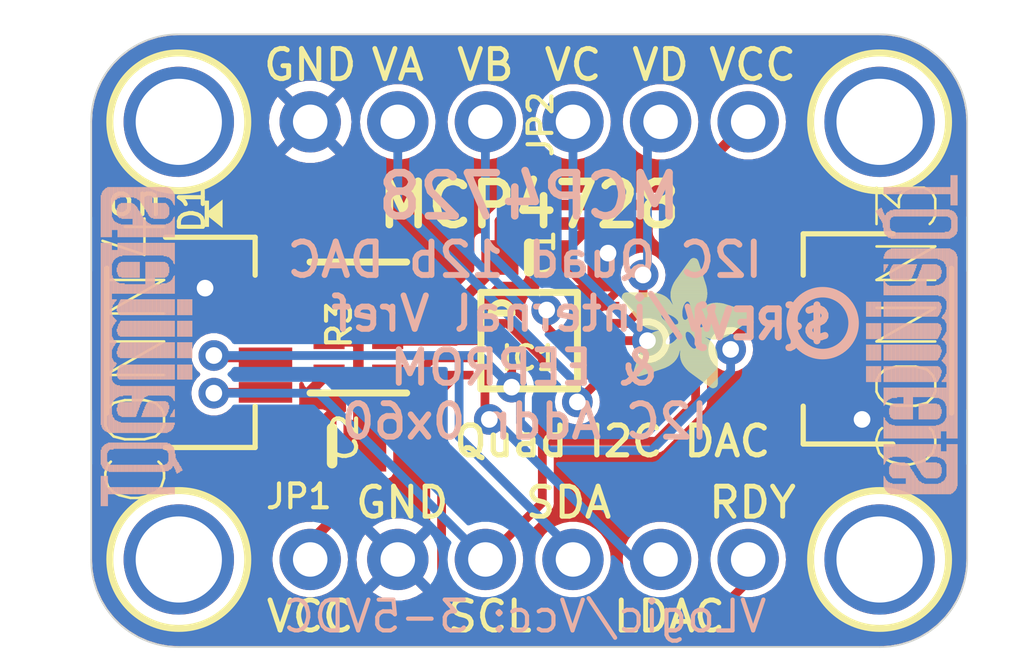
<source format=kicad_pcb>
(kicad_pcb (version 20221018) (generator pcbnew)
  (layers (0 "F.Cu" signal) (31 "B.Cu" signal) (34 "B.Paste" user) (35 "F.Paste" user) (36 "B.SilkS" user "B.Silkscreen") (37 "F.SilkS" user "F.Silkscreen") (38 "B.Mask" user) (39 "F.Mask" user) (44 "Edge.Cuts" user))
  (net 0 "")
  (net 1 "GND")
  (net 2 "SDA")
  (net 3 "SCL")
  (net 4 "VCC")
  (net 5 "N$1")
  (net 6 "~{LDAC}")
  (net 7 "RDY")
  (net 8 "VOUTA")
  (net 9 "VOUTB")
  (net 10 "VOUTC")
  (net 11 "VOUTD")
  (footprint "working:1X06_ROUND_70" (layer "F.Cu") (at 148.5011 98.6536)
    (fp_text reference "JP2" (at 0.3302 1.0922 90) (layer "F.SilkS") (effects (font (size 0.692831 0.692831) (thickness 0.119969)) (justify left)))
    (fp_text value "")
    (pad "1" thru_hole circle (at -6.35 0 90) (size 1.778 1.778) (drill 1) (layers "*.Cu" "*.Mask") (net 1 "GND"))
    (pad "2" thru_hole circle (at -3.81 0 90) (size 1.778 1.778) (drill 1) (layers "*.Cu" "*.Mask") (net 8 "VOUTA"))
    (pad "3" thru_hole circle (at -1.27 0 90) (size 1.778 1.778) (drill 1) (layers "*.Cu" "*.Mask") (net 9 "VOUTB"))
    (pad "4" thru_hole circle (at 1.27 0 90) (size 1.778 1.778) (drill 1) (layers "*.Cu" "*.Mask") (net 10 "VOUTC"))
    (pad "5" thru_hole circle (at 3.81 0 90) (size 1.778 1.778) (drill 1) (layers "*.Cu" "*.Mask") (net 11 "VOUTD"))
    (pad "6" thru_hole circle (at 6.35 0 90) (size 1.778 1.778) (drill 1) (layers "*.Cu" "*.Mask") (net 4 "VCC"))
  )
  (footprint "working:FIDUCIAL_1MM" (layer "F.Cu") (at 154.5971 101.0666)
    (fp_text reference "FID4" hide)
    (fp_text value "FIDUCIAL_1MM" hide)
    (pad "1" smd roundrect (at 0 0) (size 1 1) (layers "F.Cu" "F.Mask") (roundrect_rratio 0.5))
  )
  (footprint "working:MOUNTINGHOLE_2.5_PLATED" (layer "F.Cu") (at 138.3411 98.6536)
    (fp_text reference "U$1" hide)
    (fp_text value "MOUNTINGHOLE2.5" hide)
    (pad "P$1" thru_hole circle (at 0 0) (size 3.2 3.2) (drill 2.5) (layers "*.Cu" "*.Mask"))
    (zone (net 0) (net_name "") (layer "F.Cu") (connect_pads (clearance 0)) (min_thickness 0.25)
      (keepout (tracks not_allowed) (vias not_allowed) (pads not_allowed) (copperpour not_allowed) (footprints allowed))
      (fill (thermal_gap 0.5) (thermal_bridge_width 0.5))
      (polygon (pts (xy 140.3571 98.6536) (xy 140.33748 98.373027) (xy 140.279004 98.097915) (xy 140.182808 97.833619) (xy 140.050765 97.585283) (xy 139.885446 97.35774) (xy 139.690067 97.15542) (xy 139.468433 96.98226) (xy 139.224856 96.841631) (xy 138.964078 96.73627) (xy 138.691175 96.668228) (xy 138.411457 96.638828) (xy 138.130371 96.648644) (xy 137.853385 96.697484) (xy 137.585893 96.784397) (xy 137.3331 96.907693) (xy 137.099926 97.06497) (xy 136.890911 97.253169) (xy 136.710122 97.468625) (xy 136.561078 97.707145) (xy 136.44668 97.964087) (xy 136.369154 98.23445) (xy 136.330011 98.512971) (xy 136.330011 98.794229) (xy 136.369154 99.07275) (xy 136.44668 99.343113) (xy 136.561078 99.600055) (xy 136.710122 99.838575) (xy 136.890911 100.054031) (xy 137.099926 100.24223) (xy 137.3331 100.399507) (xy 137.585893 100.522803) (xy 137.853385 100.609716) (xy 138.130371 100.658556) (xy 138.411457 100.668372) (xy 138.691175 100.638972) (xy 138.964078 100.57093) (xy 139.224856 100.465569) (xy 139.468433 100.32494) (xy 139.690067 100.15178) (xy 139.885446 99.94946) (xy 140.050765 99.721917) (xy 140.182808 99.473581) (xy 140.279004 99.209285) (xy 140.33748 98.934173)))
      (polygon (pts (xy 138.3251 98.6536) (xy 138.329786 98.664914) (xy 138.3411 98.6696) (xy 138.352414 98.664914) (xy 138.3571 98.6536) (xy 138.352414 98.642286) (xy 138.3411 98.6376) (xy 138.329786 98.642286)))
    )
    (zone (net 0) (net_name "") (layer "B.Cu") (connect_pads (clearance 0)) (min_thickness 0.25)
      (keepout (tracks not_allowed) (vias not_allowed) (pads not_allowed) (copperpour not_allowed) (footprints allowed))
      (fill (thermal_gap 0.5) (thermal_bridge_width 0.5))
      (polygon (pts (xy 140.3571 98.6536) (xy 140.33748 98.373027) (xy 140.279004 98.097915) (xy 140.182808 97.833619) (xy 140.050765 97.585283) (xy 139.885446 97.35774) (xy 139.690067 97.15542) (xy 139.468433 96.98226) (xy 139.224856 96.841631) (xy 138.964078 96.73627) (xy 138.691175 96.668228) (xy 138.411457 96.638828) (xy 138.130371 96.648644) (xy 137.853385 96.697484) (xy 137.585893 96.784397) (xy 137.3331 96.907693) (xy 137.099926 97.06497) (xy 136.890911 97.253169) (xy 136.710122 97.468625) (xy 136.561078 97.707145) (xy 136.44668 97.964087) (xy 136.369154 98.23445) (xy 136.330011 98.512971) (xy 136.330011 98.794229) (xy 136.369154 99.07275) (xy 136.44668 99.343113) (xy 136.561078 99.600055) (xy 136.710122 99.838575) (xy 136.890911 100.054031) (xy 137.099926 100.24223) (xy 137.3331 100.399507) (xy 137.585893 100.522803) (xy 137.853385 100.609716) (xy 138.130371 100.658556) (xy 138.411457 100.668372) (xy 138.691175 100.638972) (xy 138.964078 100.57093) (xy 139.224856 100.465569) (xy 139.468433 100.32494) (xy 139.690067 100.15178) (xy 139.885446 99.94946) (xy 140.050765 99.721917) (xy 140.182808 99.473581) (xy 140.279004 99.209285) (xy 140.33748 98.934173)))
      (polygon (pts (xy 138.3251 98.6536) (xy 138.329786 98.664914) (xy 138.3411 98.6696) (xy 138.352414 98.664914) (xy 138.3571 98.6536) (xy 138.352414 98.642286) (xy 138.3411 98.6376) (xy 138.329786 98.642286)))
    )
  )
  (footprint "working:JST_SH4" (layer "F.Cu") (at 158.6611 105.0036 90)
    (fp_text reference "CONN3" (at -3.965 0.831 90) (layer "F.SilkS") (effects (font (size 1.703222 1.703222) (thickness 0.074778)) (justify left)))
    (fp_text value "STEMMA_I2C_QT" hide)
    (pad "1" smd rect (at -1.5 -2.514 180) (size 1.55 0.6) (layers "F.Cu" "F.Paste" "F.Mask") (net 1 "GND"))
    (pad "2" smd rect (at -0.5 -2.514 180) (size 1.55 0.6) (layers "F.Cu" "F.Paste" "F.Mask") (net 4 "VCC"))
    (pad "3" smd rect (at 0.5 -2.514 180) (size 1.55 0.6) (layers "F.Cu" "F.Paste" "F.Mask") (net 2 "SDA"))
    (pad "4" smd rect (at 1.5 -2.514 180) (size 1.55 0.6) (layers "F.Cu" "F.Paste" "F.Mask") (net 3 "SCL"))
    (pad "MT1" smd rect (at -2.8 1.386 180) (size 1.8 1.2) (layers "F.Cu" "F.Paste" "F.Mask"))
    (pad "MT2" smd rect (at 2.8 1.386 180) (size 1.8 1.2) (layers "F.Cu" "F.Paste" "F.Mask"))
  )
  (footprint "working:MOUNTINGHOLE_2.5_PLATED" (layer "F.Cu") (at 138.3411 111.3536)
    (fp_text reference "U$19" hide)
    (fp_text value "MOUNTINGHOLE2.5" hide)
    (pad "P$1" thru_hole circle (at 0 0) (size 3.2 3.2) (drill 2.5) (layers "*.Cu" "*.Mask"))
    (zone (net 0) (net_name "") (layer "F.Cu") (connect_pads (clearance 0)) (min_thickness 0.25)
      (keepout (tracks not_allowed) (vias not_allowed) (pads not_allowed) (copperpour not_allowed) (footprints allowed))
      (fill (thermal_gap 0.5) (thermal_bridge_width 0.5))
      (polygon (pts (xy 140.3571 111.3536) (xy 140.33748 111.073027) (xy 140.279004 110.797915) (xy 140.182808 110.533619) (xy 140.050765 110.285283) (xy 139.885446 110.05774) (xy 139.690067 109.85542) (xy 139.468433 109.68226) (xy 139.224856 109.541631) (xy 138.964078 109.43627) (xy 138.691175 109.368228) (xy 138.411457 109.338828) (xy 138.130371 109.348644) (xy 137.853385 109.397484) (xy 137.585893 109.484397) (xy 137.3331 109.607693) (xy 137.099926 109.76497) (xy 136.890911 109.953169) (xy 136.710122 110.168625) (xy 136.561078 110.407145) (xy 136.44668 110.664087) (xy 136.369154 110.93445) (xy 136.330011 111.212971) (xy 136.330011 111.494229) (xy 136.369154 111.77275) (xy 136.44668 112.043113) (xy 136.561078 112.300055) (xy 136.710122 112.538575) (xy 136.890911 112.754031) (xy 137.099926 112.94223) (xy 137.3331 113.099507) (xy 137.585893 113.222803) (xy 137.853385 113.309716) (xy 138.130371 113.358556) (xy 138.411457 113.368372) (xy 138.691175 113.338972) (xy 138.964078 113.27093) (xy 139.224856 113.165569) (xy 139.468433 113.02494) (xy 139.690067 112.85178) (xy 139.885446 112.64946) (xy 140.050765 112.421917) (xy 140.182808 112.173581) (xy 140.279004 111.909285) (xy 140.33748 111.634173)))
      (polygon (pts (xy 138.3251 111.3536) (xy 138.329786 111.364914) (xy 138.3411 111.3696) (xy 138.352414 111.364914) (xy 138.3571 111.3536) (xy 138.352414 111.342286) (xy 138.3411 111.3376) (xy 138.329786 111.342286)))
    )
    (zone (net 0) (net_name "") (layer "B.Cu") (connect_pads (clearance 0)) (min_thickness 0.25)
      (keepout (tracks not_allowed) (vias not_allowed) (pads not_allowed) (copperpour not_allowed) (footprints allowed))
      (fill (thermal_gap 0.5) (thermal_bridge_width 0.5))
      (polygon (pts (xy 140.3571 111.3536) (xy 140.33748 111.073027) (xy 140.279004 110.797915) (xy 140.182808 110.533619) (xy 140.050765 110.285283) (xy 139.885446 110.05774) (xy 139.690067 109.85542) (xy 139.468433 109.68226) (xy 139.224856 109.541631) (xy 138.964078 109.43627) (xy 138.691175 109.368228) (xy 138.411457 109.338828) (xy 138.130371 109.348644) (xy 137.853385 109.397484) (xy 137.585893 109.484397) (xy 137.3331 109.607693) (xy 137.099926 109.76497) (xy 136.890911 109.953169) (xy 136.710122 110.168625) (xy 136.561078 110.407145) (xy 136.44668 110.664087) (xy 136.369154 110.93445) (xy 136.330011 111.212971) (xy 136.330011 111.494229) (xy 136.369154 111.77275) (xy 136.44668 112.043113) (xy 136.561078 112.300055) (xy 136.710122 112.538575) (xy 136.890911 112.754031) (xy 137.099926 112.94223) (xy 137.3331 113.099507) (xy 137.585893 113.222803) (xy 137.853385 113.309716) (xy 138.130371 113.358556) (xy 138.411457 113.368372) (xy 138.691175 113.338972) (xy 138.964078 113.27093) (xy 139.224856 113.165569) (xy 139.468433 113.02494) (xy 139.690067 112.85178) (xy 139.885446 112.64946) (xy 140.050765 112.421917) (xy 140.182808 112.173581) (xy 140.279004 111.909285) (xy 140.33748 111.634173)))
      (polygon (pts (xy 138.3251 111.3536) (xy 138.329786 111.364914) (xy 138.3411 111.3696) (xy 138.352414 111.364914) (xy 138.3571 111.3536) (xy 138.352414 111.342286) (xy 138.3411 111.3376) (xy 138.329786 111.342286)))
    )
  )
  (footprint "working:1X06_ROUND_70" (layer "F.Cu") (at 148.5011 111.3536)
    (fp_text reference "JP1" (at -7.6962 -1.8288) (layer "F.SilkS") (effects (font (size 0.692831 0.692831) (thickness 0.119969)) (justify left)))
    (fp_text value "")
    (pad "1" thru_hole circle (at -6.35 0 90) (size 1.778 1.778) (drill 1) (layers "*.Cu" "*.Mask") (net 4 "VCC"))
    (pad "2" thru_hole circle (at -3.81 0 90) (size 1.778 1.778) (drill 1) (layers "*.Cu" "*.Mask") (net 1 "GND"))
    (pad "3" thru_hole circle (at -1.27 0 90) (size 1.778 1.778) (drill 1) (layers "*.Cu" "*.Mask") (net 3 "SCL"))
    (pad "4" thru_hole circle (at 1.27 0 90) (size 1.778 1.778) (drill 1) (layers "*.Cu" "*.Mask") (net 2 "SDA"))
    (pad "5" thru_hole circle (at 3.81 0 90) (size 1.778 1.778) (drill 1) (layers "*.Cu" "*.Mask") (net 6 "~{LDAC}"))
    (pad "6" thru_hole circle (at 6.35 0 90) (size 1.778 1.778) (drill 1) (layers "*.Cu" "*.Mask") (net 7 "RDY"))
  )
  (footprint "working:MSOP10" (layer "F.Cu") (at 148.5011 105.0036 -90)
    (fp_text reference "IC1" (at 0.508 0.889) (layer "F.SilkS") (effects (font (size 0.692831 0.692831) (thickness 0.119969)) (justify left)))
    (fp_text value "MCP4728")
    (pad "1" smd rect (at -1 2.1131 270) (size 0.25 1) (layers "F.Cu" "F.Paste" "F.Mask") (net 4 "VCC"))
    (pad "2" smd rect (at -0.5 2.1131 270) (size 0.25 1) (layers "F.Cu" "F.Paste" "F.Mask") (net 3 "SCL"))
    (pad "3" smd rect (at 0 2.1131 270) (size 0.25 1) (layers "F.Cu" "F.Paste" "F.Mask") (net 2 "SDA"))
    (pad "4" smd rect (at 0.5 2.1131 270) (size 0.25 1) (layers "F.Cu" "F.Paste" "F.Mask") (net 6 "~{LDAC}"))
    (pad "5" smd rect (at 1 2.1131 270) (size 0.25 1) (layers "F.Cu" "F.Paste" "F.Mask") (net 7 "RDY"))
    (pad "6" smd rect (at 1 -2.1131 90) (size 0.25 1) (layers "F.Cu" "F.Paste" "F.Mask") (net 8 "VOUTA"))
    (pad "7" smd rect (at 0.5 -2.1131 90) (size 0.25 1) (layers "F.Cu" "F.Paste" "F.Mask") (net 9 "VOUTB"))
    (pad "8" smd rect (at 0 -2.1131 90) (size 0.25 1) (layers "F.Cu" "F.Paste" "F.Mask") (net 10 "VOUTC"))
    (pad "9" smd rect (at -0.5 -2.1131 90) (size 0.25 1) (layers "F.Cu" "F.Paste" "F.Mask") (net 11 "VOUTD"))
    (pad "10" smd rect (at -1 -2.1131 90) (size 0.25 1) (layers "F.Cu" "F.Paste" "F.Mask") (net 1 "GND"))
  )
  (footprint "working:MOUNTINGHOLE_2.5_PLATED" (layer "F.Cu") (at 158.6611 111.3536)
    (fp_text reference "U$21" hide)
    (fp_text value "MOUNTINGHOLE2.5" hide)
    (pad "P$1" thru_hole circle (at 0 0) (size 3.2 3.2) (drill 2.5) (layers "*.Cu" "*.Mask"))
    (zone (net 0) (net_name "") (layer "F.Cu") (connect_pads (clearance 0)) (min_thickness 0.25)
      (keepout (tracks not_allowed) (vias not_allowed) (pads not_allowed) (copperpour not_allowed) (footprints allowed))
      (fill (thermal_gap 0.5) (thermal_bridge_width 0.5))
      (polygon (pts (xy 160.6771 111.3536) (xy 160.65748 111.073027) (xy 160.599004 110.797915) (xy 160.502808 110.533619) (xy 160.370765 110.285283) (xy 160.205446 110.05774) (xy 160.010067 109.85542) (xy 159.788433 109.68226) (xy 159.544856 109.541631) (xy 159.284078 109.43627) (xy 159.011175 109.368228) (xy 158.731457 109.338828) (xy 158.450371 109.348644) (xy 158.173385 109.397484) (xy 157.905893 109.484397) (xy 157.6531 109.607693) (xy 157.419926 109.76497) (xy 157.210911 109.953169) (xy 157.030122 110.168625) (xy 156.881078 110.407145) (xy 156.76668 110.664087) (xy 156.689154 110.93445) (xy 156.650011 111.212971) (xy 156.650011 111.494229) (xy 156.689154 111.77275) (xy 156.76668 112.043113) (xy 156.881078 112.300055) (xy 157.030122 112.538575) (xy 157.210911 112.754031) (xy 157.419926 112.94223) (xy 157.6531 113.099507) (xy 157.905893 113.222803) (xy 158.173385 113.309716) (xy 158.450371 113.358556) (xy 158.731457 113.368372) (xy 159.011175 113.338972) (xy 159.284078 113.27093) (xy 159.544856 113.165569) (xy 159.788433 113.02494) (xy 160.010067 112.85178) (xy 160.205446 112.64946) (xy 160.370765 112.421917) (xy 160.502808 112.173581) (xy 160.599004 111.909285) (xy 160.65748 111.634173)))
      (polygon (pts (xy 158.6451 111.3536) (xy 158.649786 111.364914) (xy 158.6611 111.3696) (xy 158.672414 111.364914) (xy 158.6771 111.3536) (xy 158.672414 111.342286) (xy 158.6611 111.3376) (xy 158.649786 111.342286)))
    )
    (zone (net 0) (net_name "") (layer "B.Cu") (connect_pads (clearance 0)) (min_thickness 0.25)
      (keepout (tracks not_allowed) (vias not_allowed) (pads not_allowed) (copperpour not_allowed) (footprints allowed))
      (fill (thermal_gap 0.5) (thermal_bridge_width 0.5))
      (polygon (pts (xy 160.6771 111.3536) (xy 160.65748 111.073027) (xy 160.599004 110.797915) (xy 160.502808 110.533619) (xy 160.370765 110.285283) (xy 160.205446 110.05774) (xy 160.010067 109.85542) (xy 159.788433 109.68226) (xy 159.544856 109.541631) (xy 159.284078 109.43627) (xy 159.011175 109.368228) (xy 158.731457 109.338828) (xy 158.450371 109.348644) (xy 158.173385 109.397484) (xy 157.905893 109.484397) (xy 157.6531 109.607693) (xy 157.419926 109.76497) (xy 157.210911 109.953169) (xy 157.030122 110.168625) (xy 156.881078 110.407145) (xy 156.76668 110.664087) (xy 156.689154 110.93445) (xy 156.650011 111.212971) (xy 156.650011 111.494229) (xy 156.689154 111.77275) (xy 156.76668 112.043113) (xy 156.881078 112.300055) (xy 157.030122 112.538575) (xy 157.210911 112.754031) (xy 157.419926 112.94223) (xy 157.6531 113.099507) (xy 157.905893 113.222803) (xy 158.173385 113.309716) (xy 158.450371 113.358556) (xy 158.731457 113.368372) (xy 159.011175 113.338972) (xy 159.284078 113.27093) (xy 159.544856 113.165569) (xy 159.788433 113.02494) (xy 160.010067 112.85178) (xy 160.205446 112.64946) (xy 160.370765 112.421917) (xy 160.502808 112.173581) (xy 160.599004 111.909285) (xy 160.65748 111.634173)))
      (polygon (pts (xy 158.6451 111.3536) (xy 158.649786 111.364914) (xy 158.6611 111.3696) (xy 158.672414 111.364914) (xy 158.6771 111.3536) (xy 158.672414 111.342286) (xy 158.6611 111.3376) (xy 158.649786 111.342286)))
    )
  )
  (footprint "working:RESPACK_4X0603" (layer "F.Cu") (at 143.5481 104.6226 -90)
    (fp_text reference "R3" (at -0.838 0.559 90) (layer "F.SilkS") (effects (font (size 0.692831 0.692831) (thickness 0.119969)) (justify right)))
    (fp_text value "4.7K")
    (pad "1" smd rect (at -1.3 0.85 270) (size 0.45 0.9) (layers "F.Cu" "F.Paste" "F.Mask") (net 5 "N$1"))
    (pad "2" smd rect (at -0.4 0.85 270) (size 0.45 0.9) (layers "F.Cu" "F.Paste" "F.Mask") (net 4 "VCC"))
    (pad "3" smd rect (at 0.4 0.85 270) (size 0.45 0.9) (layers "F.Cu" "F.Paste" "F.Mask") (net 4 "VCC"))
    (pad "4" smd rect (at 1.3 0.85 270) (size 0.45 0.9) (layers "F.Cu" "F.Paste" "F.Mask") (net 1 "GND"))
    (pad "5" smd rect (at 1.3 -0.85 270) (size 0.45 0.9) (layers "F.Cu" "F.Paste" "F.Mask") (net 6 "~{LDAC}"))
    (pad "6" smd rect (at 0.4 -0.85 270) (size 0.45 0.9) (layers "F.Cu" "F.Paste" "F.Mask") (net 2 "SDA"))
    (pad "7" smd rect (at -0.4 -0.85 270) (size 0.45 0.9) (layers "F.Cu" "F.Paste" "F.Mask") (net 3 "SCL"))
    (pad "8" smd rect (at -1.3 -0.85 270) (size 0.45 0.9) (layers "F.Cu" "F.Paste" "F.Mask") (net 4 "VCC"))
  )
  (footprint "working:JST_SH4" (layer "F.Cu") (at 138.3411 105.0036 -90)
    (fp_text reference "CONN4" (at -3.838 1.212 90) (layer "F.SilkS") (effects (font (size 1.703222 1.703222) (thickness 0.074778)) (justify right)))
    (fp_text value "STEMMA_I2C_QT" hide)
    (pad "1" smd rect (at -1.5 -2.514) (size 1.55 0.6) (layers "F.Cu" "F.Paste" "F.Mask") (net 1 "GND"))
    (pad "2" smd rect (at -0.5 -2.514) (size 1.55 0.6) (layers "F.Cu" "F.Paste" "F.Mask") (net 4 "VCC"))
    (pad "3" smd rect (at 0.5 -2.514) (size 1.55 0.6) (layers "F.Cu" "F.Paste" "F.Mask") (net 2 "SDA"))
    (pad "4" smd rect (at 1.5 -2.514) (size 1.55 0.6) (layers "F.Cu" "F.Paste" "F.Mask") (net 3 "SCL"))
    (pad "MT1" smd rect (at -2.8 1.386) (size 1.8 1.2) (layers "F.Cu" "F.Paste" "F.Mask"))
    (pad "MT2" smd rect (at 2.8 1.386) (size 1.8 1.2) (layers "F.Cu" "F.Paste" "F.Mask"))
  )
  (footprint "working:0805-NO" (layer "F.Cu") (at 142.7861 108.0516 180)
    (fp_text reference "C2" (at -0.381 -0.508 90) (layer "F.SilkS") (effects (font (size 0.692831 0.692831) (thickness 0.119969)) (justify left)))
    (fp_text value "10uF")
    (pad "1" smd rect (at -0.95 0 180) (size 1.24 1.5) (layers "F.Cu" "F.Paste" "F.Mask") (net 4 "VCC"))
    (pad "2" smd rect (at 0.95 0 180) (size 1.24 1.5) (layers "F.Cu" "F.Paste" "F.Mask") (net 1 "GND"))
  )
  (footprint "working:MOUNTINGHOLE_2.5_PLATED" (layer "F.Cu") (at 158.6611 98.6536)
    (fp_text reference "U$17" hide)
    (fp_text value "MOUNTINGHOLE2.5" hide)
    (pad "P$1" thru_hole circle (at 0 0) (size 3.2 3.2) (drill 2.5) (layers "*.Cu" "*.Mask"))
    (zone (net 0) (net_name "") (layer "F.Cu") (connect_pads (clearance 0)) (min_thickness 0.25)
      (keepout (tracks not_allowed) (vias not_allowed) (pads not_allowed) (copperpour not_allowed) (footprints allowed))
      (fill (thermal_gap 0.5) (thermal_bridge_width 0.5))
      (polygon (pts (xy 160.6771 98.6536) (xy 160.65748 98.373027) (xy 160.599004 98.097915) (xy 160.502808 97.833619) (xy 160.370765 97.585283) (xy 160.205446 97.35774) (xy 160.010067 97.15542) (xy 159.788433 96.98226) (xy 159.544856 96.841631) (xy 159.284078 96.73627) (xy 159.011175 96.668228) (xy 158.731457 96.638828) (xy 158.450371 96.648644) (xy 158.173385 96.697484) (xy 157.905893 96.784397) (xy 157.6531 96.907693) (xy 157.419926 97.06497) (xy 157.210911 97.253169) (xy 157.030122 97.468625) (xy 156.881078 97.707145) (xy 156.76668 97.964087) (xy 156.689154 98.23445) (xy 156.650011 98.512971) (xy 156.650011 98.794229) (xy 156.689154 99.07275) (xy 156.76668 99.343113) (xy 156.881078 99.600055) (xy 157.030122 99.838575) (xy 157.210911 100.054031) (xy 157.419926 100.24223) (xy 157.6531 100.399507) (xy 157.905893 100.522803) (xy 158.173385 100.609716) (xy 158.450371 100.658556) (xy 158.731457 100.668372) (xy 159.011175 100.638972) (xy 159.284078 100.57093) (xy 159.544856 100.465569) (xy 159.788433 100.32494) (xy 160.010067 100.15178) (xy 160.205446 99.94946) (xy 160.370765 99.721917) (xy 160.502808 99.473581) (xy 160.599004 99.209285) (xy 160.65748 98.934173)))
      (polygon (pts (xy 158.6451 98.6536) (xy 158.649786 98.664914) (xy 158.6611 98.6696) (xy 158.672414 98.664914) (xy 158.6771 98.6536) (xy 158.672414 98.642286) (xy 158.6611 98.6376) (xy 158.649786 98.642286)))
    )
    (zone (net 0) (net_name "") (layer "B.Cu") (connect_pads (clearance 0)) (min_thickness 0.25)
      (keepout (tracks not_allowed) (vias not_allowed) (pads not_allowed) (copperpour not_allowed) (footprints allowed))
      (fill (thermal_gap 0.5) (thermal_bridge_width 0.5))
      (polygon (pts (xy 160.6771 98.6536) (xy 160.65748 98.373027) (xy 160.599004 98.097915) (xy 160.502808 97.833619) (xy 160.370765 97.585283) (xy 160.205446 97.35774) (xy 160.010067 97.15542) (xy 159.788433 96.98226) (xy 159.544856 96.841631) (xy 159.284078 96.73627) (xy 159.011175 96.668228) (xy 158.731457 96.638828) (xy 158.450371 96.648644) (xy 158.173385 96.697484) (xy 157.905893 96.784397) (xy 157.6531 96.907693) (xy 157.419926 97.06497) (xy 157.210911 97.253169) (xy 157.030122 97.468625) (xy 156.881078 97.707145) (xy 156.76668 97.964087) (xy 156.689154 98.23445) (xy 156.650011 98.512971) (xy 156.650011 98.794229) (xy 156.689154 99.07275) (xy 156.76668 99.343113) (xy 156.881078 99.600055) (xy 157.030122 99.838575) (xy 157.210911 100.054031) (xy 157.419926 100.24223) (xy 157.6531 100.399507) (xy 157.905893 100.522803) (xy 158.173385 100.609716) (xy 158.450371 100.658556) (xy 158.731457 100.668372) (xy 159.011175 100.638972) (xy 159.284078 100.57093) (xy 159.544856 100.465569) (xy 159.788433 100.32494) (xy 160.010067 100.15178) (xy 160.205446 99.94946) (xy 160.370765 99.721917) (xy 160.502808 99.473581) (xy 160.599004 99.209285) (xy 160.65748 98.934173)))
      (polygon (pts (xy 158.6451 98.6536) (xy 158.649786 98.664914) (xy 158.6611 98.6696) (xy 158.672414 98.664914) (xy 158.6771 98.6536) (xy 158.672414 98.642286) (xy 158.6611 98.6376) (xy 158.649786 98.642286)))
    )
  )
  (footprint "working:CHIPLED_0603_NOOUTLINE" (layer "F.Cu") (at 139.3571 101.3206 90)
    (fp_text reference "D1" (at 0.889 -0.635 90) (layer "F.SilkS") (effects (font (size 0.692831 0.692831) (thickness 0.119969)) (justify right)))
    (fp_text value "GREEN")
    (pad "A" smd rect (at 0 0.75 90) (size 0.8 0.8) (layers "F.Cu" "F.Paste" "F.Mask") (net 5 "N$1"))
    (pad "C" smd rect (at 0 -0.75 90) (size 0.8 0.8) (layers "F.Cu" "F.Paste" "F.Mask") (net 1 "GND"))
  )
  (footprint "working:ADAFRUIT_3.5MM" (layer "F.Cu") (at 151.1681 106.4006)
    (fp_text reference "U$22" hide)
    (fp_text value "" hide)
  )
  (footprint "working:0603-NO" (layer "F.Cu") (at 148.5011 102.5906)
    (fp_text reference "C1" (at 0.381 0.635 90) (layer "F.SilkS") (effects (font (size 0.692831 0.692831) (thickness 0.119969)) (justify left)))
    (fp_text value "0.1uF")
    (pad "1" smd rect (at -0.85 0) (size 1.075 1) (layers "F.Cu" "F.Paste" "F.Mask") (net 4 "VCC"))
    (pad "2" smd rect (at 0.85 0) (size 1.075 1) (layers "F.Cu" "F.Paste" "F.Mask") (net 1 "GND"))
  )
  (footprint "working:FIDUCIAL_1MM" (layer "F.Cu") (at 141.8971 101.3206)
    (fp_text reference "FID3" hide)
    (fp_text value "FIDUCIAL_1MM" hide)
    (pad "1" smd roundrect (at 0 0) (size 1 1) (layers "F.Cu" "F.Mask") (roundrect_rratio 0.5))
  )
  (footprint "working:STEMMAQT" (layer "B.Cu") (at 158.2801 109.4486 90)
    (fp_text reference "U$30" hide)
    (fp_text value "" hide)
  )
  (footprint "working:STEMMAQT" (layer "B.Cu") (at 138.7221 100.5586 -90)
    (fp_text reference "U$31" hide)
    (fp_text value "" hide)
  )
  (footprint "working:PCBFEAT-REV-040" (layer "B.Cu") (at 157.0101 104.4956 180)
    (fp_text reference "U$25" hide)
    (fp_text value "" hide)
    (fp_text user "${REV}" (at -0.3556 -0.508) (layer "B.SilkS") (effects (font (size 0.8128 0.8128) (thickness 0.2032)) (justify left bottom mirror)))
  )
  (gr_line (start 138.3411 113.8936) (end 158.6611 113.8936) (stroke (width 0.05)) (layer "Edge.Cuts"))
  (gr_arc (start 161.2011 111.3536) (mid 160.457151 113.149651) (end 158.6611 113.8936) (stroke (width 0.05)) (layer "Edge.Cuts"))
  (gr_line (start 135.8011 98.6536) (end 135.8011 111.3536) (stroke (width 0.05)) (layer "Edge.Cuts"))
  (gr_arc (start 158.6611 96.1136) (mid 160.457151 96.857549) (end 161.2011 98.6536) (stroke (width 0.05)) (layer "Edge.Cuts"))
  (gr_arc (start 135.8011 98.6536) (mid 136.545049 96.857549) (end 138.3411 96.1136) (stroke (width 0.05)) (layer "Edge.Cuts"))
  (gr_arc (start 138.3411 113.8936) (mid 136.545049 113.149651) (end 135.8011 111.3536) (stroke (width 0.05)) (layer "Edge.Cuts"))
  (gr_line (start 158.6611 96.1136) (end 138.3411 96.1136) (stroke (width 0.05)) (layer "Edge.Cuts"))
  (gr_line (start 161.2011 111.3536) (end 161.2011 98.6536) (stroke (width 0.05)) (layer "Edge.Cuts"))
  (gr_text "MCP4728" (at 148.5011 100.8126) (layer "B.SilkS") (effects (font (size 1.25222 1.25222) (thickness 0.22098)) (justify mirror)))
  (gr_text "VLogic/Vcc: 3-5VDC" (at 148.3741 113.0046) (layer "B.SilkS") (effects (font (size 0.89408 0.89408) (thickness 0.12192)) (justify mirror)))
  (gr_text "I2C Quad 12b DAC\nw/internal Vref\n& EEPROM\nI2C Addr 0x60" (at 148.3741 105.0036) (layer "B.SilkS") (effects (font (size 0.97155 0.97155) (thickness 0.17145)) (justify mirror)))
  (gr_text "SCL" (at 147.3581 113.0046) (layer "F.SilkS") (effects (font (size 0.87376 0.87376) (thickness 0.14224))))
  (gr_text "VCC" (at 142.1511 113.0046) (layer "F.SilkS") (effects (font (size 0.87376 0.87376) (thickness 0.14224))))
  (gr_text "RDY" (at 154.9781 109.7026) (layer "F.SilkS") (effects (font (size 0.87376 0.87376) (thickness 0.14224))))
  (gr_text "MCP4728" (at 148.5011 101.0666) (layer "F.SilkS") (effects (font (size 1.25222 1.25222) (thickness 0.22098))))
  (gr_text "VCC" (at 154.9781 97.0026) (layer "F.SilkS") (effects (font (size 0.87376 0.87376) (thickness 0.14224))))
  (gr_text "VD" (at 152.3111 97.0026) (layer "F.SilkS") (effects (font (size 0.87376 0.87376) (thickness 0.14224))))
  (gr_text "LDAC" (at 152.5651 113.0046) (layer "F.SilkS") (effects (font (size 0.87376 0.87376) (thickness 0.14224))))
  (gr_text "GND" (at 142.1511 97.0026) (layer "F.SilkS") (effects (font (size 0.87376 0.87376) (thickness 0.14224))))
  (gr_text "GND" (at 144.8181 109.7026) (layer "F.SilkS") (effects (font (size 0.87376 0.87376) (thickness 0.14224))))
  (gr_text "VB" (at 147.2311 97.0026) (layer "F.SilkS") (effects (font (size 0.87376 0.87376) (thickness 0.14224))))
  (gr_text "VC" (at 149.7711 97.0026) (layer "F.SilkS") (effects (font (size 0.87376 0.87376) (thickness 0.14224))))
  (gr_text "Quad I2C DAC" (at 150.9141 107.9246) (layer "F.SilkS") (effects (font (size 0.8636 0.8636) (thickness 0.1524))))
  (gr_text "VA" (at 144.6911 97.0026) (layer "F.SilkS") (effects (font (size 0.87376 0.87376) (thickness 0.14224))))
  (gr_text "SDA" (at 149.6441 109.7026) (layer "F.SilkS") (effects (font (size 0.87376 0.87376) (thickness 0.14224))))
  (gr_text "on" (at 136.1821 101.4476) (layer "F.SilkS") (effects (font (size 0.89408 0.89408) (thickness 0.12192)) (justify left bottom)))
  (via (at 150.7871 102.4636) (size 0.889) (drill 0.4826) (layers "F.Cu" "B.Cu") (net 1))
  (via (at 139.1031 103.4796) (size 0.889) (drill 0.4826) (layers "F.Cu" "B.Cu") (net 1))
  (via (at 158.1531 107.2896) (size 0.889) (drill 0.4826) (layers "F.Cu" "B.Cu") (net 1))
  (segment (start 154.3431 105.2576) (end 154.3431 105.0376) (width 0.254) (layer "F.Cu") (net 2))
  (segment (start 156.1471 104.5036) (end 154.8771 104.5036) (width 0.254) (layer "F.Cu") (net 2))
  (segment (start 146.369 105.0226) (end 144.3981 105.0226) (width 0.254) (layer "F.Cu") (net 2))
  (segment (start 139.4253 105.5036) (end 139.3571 105.4354) (width 0.254) (layer "F.Cu") (net 2))
  (segment (start 140.8551 105.5036) (end 139.4253 105.5036) (width 0.254) (layer "F.Cu") (net 2))
  (segment (start 154.8771 104.5036) (end 154.3431 105.0376) (width 0.254) (layer "F.Cu") (net 2))
  (segment (start 147.9931 105.6386) (end 147.9931 106.353194) (width 0.254) (layer "F.Cu") (net 2))
  (segment (start 147.3581 105.0036) (end 147.9931 105.6386) (width 0.254) (layer "F.Cu") (net 2))
  (segment (start 146.388 105.0036) (end 147.3581 105.0036) (width 0.254) (layer "F.Cu") (net 2))
  (segment (start 146.388 105.0036) (end 146.369 105.0226) (width 0.254) (layer "F.Cu") (net 2))
  (via (at 139.3571 105.4354) (size 0.889) (drill 0.4826) (layers "F.Cu" "B.Cu") (net 2))
  (via (at 154.3431 105.2576) (size 0.889) (drill 0.4826) (layers "F.Cu" "B.Cu") (net 2))
  (via (at 147.9931 106.353194) (size 0.889) (drill 0.4826) (layers "F.Cu" "B.Cu") (net 2))
  (segment (start 149.069206 108.1913) (end 148.2471 107.369194) (width 0.254) (layer "B.Cu") (net 2))
  (segment (start 139.3571 105.4354) (end 146.4691 105.4354) (width 0.254) (layer "B.Cu") (net 2))
  (segment (start 149.7711 111.3536) (end 149.7711 111.0996) (width 0.254) (layer "B.Cu") (net 2))
  (segment (start 147.075306 105.4354) (end 147.9931 106.353194) (width 0.254) (layer "B.Cu") (net 2))
  (segment (start 147.9931 106.353194) (end 148.2471 106.607194) (width 0.254) (layer "B.Cu") (net 2))
  (segment (start 149.069206 108.1913) (end 152.0444 108.1913) (width 0.254) (layer "B.Cu") (net 2))
  (segment (start 149.7711 111.0996) (end 146.4691 107.7976) (width 0.254) (layer "B.Cu") (net 2))
  (segment (start 154.3431 105.2576) (end 154.3431 105.8926) (width 0.254) (layer "B.Cu") (net 2))
  (segment (start 146.4691 105.4354) (end 147.075306 105.4354) (width 0.254) (layer "B.Cu") (net 2))
  (segment (start 148.2471 106.607194) (end 148.2471 107.369194) (width 0.254) (layer "B.Cu") (net 2))
  (segment (start 146.4691 107.7976) (end 146.4691 105.4354) (width 0.254) (layer "B.Cu") (net 2))
  (segment (start 154.3431 105.8926) (end 152.0444 108.1913) (width 0.254) (layer "B.Cu") (net 2))
  (segment (start 139.3811 106.5036) (end 139.3571 106.5276) (width 0.254) (layer "F.Cu") (net 3))
  (segment (start 145.3341 104.5036) (end 146.388 104.5036) (width 0.254) (layer "F.Cu") (net 3))
  (segment (start 147.8741 104.5036) (end 148.8821 105.5116) (width 0.254) (layer "F.Cu") (net 3))
  (segment (start 140.8551 106.5036) (end 139.3811 106.5036) (width 0.254) (layer "F.Cu") (net 3))
  (segment (start 153.3271 106.7816) (end 152.1841 107.9246) (width 0.254) (layer "F.Cu") (net 3))
  (segment (start 148.8821 109.7026) (end 147.2311 111.3536) (width 0.254) (layer "F.Cu") (net 3))
  (segment (start 152.1841 107.9246) (end 148.8821 107.9246) (width 0.254) (layer "F.Cu") (net 3))
  (segment (start 144.3981 104.2226) (end 145.0531 104.2226) (width 0.254) (layer "F.Cu") (net 3))
  (segment (start 148.8821 105.5116) (end 148.8821 107.9246) (width 0.254) (layer "F.Cu") (net 3))
  (segment (start 156.1471 103.5036) (end 153.8111 103.5036) (width 0.254) (layer "F.Cu") (net 3))
  (segment (start 148.8821 107.9246) (end 148.8821 109.7026) (width 0.254) (layer "F.Cu") (net 3))
  (segment (start 153.3271 103.9876) (end 153.3271 106.7816) (width 0.254) (layer "F.Cu") (net 3))
  (segment (start 146.388 104.5036) (end 147.8741 104.5036) (width 0.254) (layer "F.Cu") (net 3))
  (segment (start 145.0531 104.2226) (end 145.3341 104.5036) (width 0.254) (layer "F.Cu") (net 3))
  (segment (start 153.8111 103.5036) (end 153.3271 103.9876) (width 0.254) (layer "F.Cu") (net 3))
  (via (at 139.3571 106.5276) (size 0.889) (drill 0.4826) (layers "F.Cu" "B.Cu") (net 3))
  (segment (start 139.3571 106.5276) (end 142.4051 106.5276) (width 0.254) (layer "B.Cu") (net 3))
  (segment (start 142.4051 106.5276) (end 147.2311 111.3536) (width 0.254) (layer "B.Cu") (net 3))
  (segment (start 157.5181 105.2576) (end 157.5181 102.9716) (width 0.3048) (layer "F.Cu") (net 4))
  (segment (start 156.1471 105.5036) (end 157.2721 105.5036) (width 0.3048) (layer "F.Cu") (net 4))
  (segment (start 142.1511 110.8456) (end 142.1511 111.3536) (width 0.3048) (layer "F.Cu") (net 4))
  (segment (start 152.4381 101.0666) (end 154.8511 98.6536) (width 0.3048) (layer "F.Cu") (net 4))
  (segment (start 142.6981 104.2226) (end 143.0591 104.2226) (width 0.3048) (layer "F.Cu") (net 4))
  (segment (start 140.8551 104.5036) (end 141.8891 104.5036) (width 0.3048) (layer "F.Cu") (net 4))
  (segment (start 157.5181 102.9716) (end 157.1371 102.5906) (width 0.3048) (layer "F.Cu") (net 4))
  (segment (start 143.5481 105.1306) (end 143.5481 107.8636) (width 0.3048) (layer "F.Cu") (net 4))
  (segment (start 143.7361 108.0516) (end 143.7361 109.2606) (width 0.3048) (layer "F.Cu") (net 4))
  (segment (start 147.6511 101.5356) (end 148.1201 101.0666) (width 0.3048) (layer "F.Cu") (net 4))
  (segment (start 143.9591 103.3226) (end 144.3981 103.3226) (width 0.3048) (layer "F.Cu") (net 4))
  (segment (start 147.6511 102.5906) (end 147.6511 101.5356) (width 0.3048) (layer "F.Cu") (net 4))
  (segment (start 143.7361 109.2606) (end 142.1511 110.8456) (width 0.3048) (layer "F.Cu") (net 4))
  (segment (start 153.2001 102.5906) (end 152.4381 101.8286) (width 0.3048) (layer "F.Cu") (net 4))
  (segment (start 143.7361 108.0516) (end 143.5481 107.8636) (width 0.3048) (layer "F.Cu") (net 4))
  (segment (start 142.6981 105.0226) (end 143.4401 105.0226) (width 0.3048) (layer "F.Cu") (net 4))
  (segment (start 142.1701 104.2226) (end 142.6981 104.2226) (width 0.3048) (layer "F.Cu") (net 4))
  (segment (start 141.8891 104.5036) (end 142.1701 104.2226) (width 0.3048) (layer "F.Cu") (net 4))
  (segment (start 142.6981 104.2226) (end 142.6981 105.0226) (width 0.3048) (layer "F.Cu") (net 4))
  (segment (start 145.707 103.3226) (end 144.3981 103.3226) (width 0.3048) (layer "F.Cu") (net 4))
  (segment (start 157.2721 105.5036) (end 157.5181 105.2576) (width 0.3048) (layer "F.Cu") (net 4))
  (segment (start 157.1371 102.5906) (end 153.2001 102.5906) (width 0.3048) (layer "F.Cu") (net 4))
  (segment (start 148.1201 101.0666) (end 152.4381 101.0666) (width 0.3048) (layer "F.Cu") (net 4))
  (segment (start 146.388 104.0036) (end 145.707 103.3226) (width 0.3048) (layer "F.Cu") (net 4))
  (segment (start 152.4381 101.8286) (end 152.4381 101.0666) (width 0.3048) (layer "F.Cu") (net 4))
  (segment (start 147.6511 102.5906) (end 147.6511 102.7405) (width 0.3048) (layer "F.Cu") (net 4))
  (segment (start 143.0591 104.2226) (end 143.9591 103.3226) (width 0.3048) (layer "F.Cu") (net 4))
  (segment (start 147.6511 102.7405) (end 146.388 104.0036) (width 0.3048) (layer "F.Cu") (net 4))
  (segment (start 143.4401 105.0226) (end 143.5481 105.1306) (width 0.3048) (layer "F.Cu") (net 4))
  (segment (start 141.9661 102.5906) (end 140.6151 102.5906) (width 0.254) (layer "F.Cu") (net 5))
  (segment (start 141.9661 102.5906) (end 142.6981 103.3226) (width 0.254) (layer "F.Cu") (net 5))
  (segment (start 140.1071 101.3206) (end 140.1071 102.0826) (width 0.254) (layer "F.Cu") (net 5))
  (segment (start 140.6151 102.5906) (end 140.1071 102.0826) (width 0.254) (layer "F.Cu") (net 5))
  (segment (start 145.1991 106.0196) (end 144.4951 106.0196) (width 0.254) (layer "F.Cu") (net 6))
  (segment (start 147.2184 105.6734) (end 147.2184 107.1626) (width 0.254) (layer "F.Cu") (net 6))
  (segment (start 147.3454 107.2896) (end 147.2184 107.1626) (width 0.254) (layer "F.Cu") (net 6))
  (segment (start 144.4951 106.0196) (end 144.3981 105.9226) (width 0.254) (layer "F.Cu") (net 6))
  (segment (start 147.2184 105.6734) (end 147.0486 105.5036) (width 0.254) (layer "F.Cu") (net 6))
  (segment (start 146.388 105.5036) (end 147.0486 105.5036) (width 0.254) (layer "F.Cu") (net 6))
  (segment (start 145.7151 105.5036) (end 145.1991 106.0196) (width 0.254) (layer "F.Cu") (net 6))
  (segment (start 146.388 105.5036) (end 145.7151 105.5036) (width 0.254) (layer "F.Cu") (net 6))
  (via (at 147.3454 107.2896) (size 0.889) (drill 0.4826) (layers "F.Cu" "B.Cu") (net 6))
  (segment (start 151.5491 111.3536) (end 147.4851 107.2896) (width 0.254) (layer "B.Cu") (net 6))
  (segment (start 151.5491 111.3536) (end 152.3111 111.3536) (width 0.254) (layer "B.Cu") (net 6))
  (segment (start 147.3454 107.2896) (end 147.4851 107.2896) (width 0.254) (layer "B.Cu") (net 6))
  (segment (start 145.9611 106.4305) (end 145.9611 112.1156) (width 0.254) (layer "F.Cu") (net 7))
  (segment (start 146.388 106.0036) (end 145.9611 106.4305) (width 0.254) (layer "F.Cu") (net 7))
  (segment (start 154.8511 111.9886) (end 154.8511 111.3536) (width 0.254) (layer "F.Cu") (net 7))
  (segment (start 154.2161 112.6236) (end 154.8511 111.9886) (width 0.254) (layer "F.Cu") (net 7))
  (segment (start 145.9611 112.1156) (end 146.4691 112.6236) (width 0.254) (layer "F.Cu") (net 7))
  (segment (start 146.4691 112.6236) (end 154.2161 112.6236) (width 0.254) (layer "F.Cu") (net 7))
  (segment (start 150.6142 106.0036) (end 150.6142 106.0655) (width 0.254) (layer "F.Cu") (net 8))
  (segment (start 150.6142 106.0655) (end 149.8981 106.7816) (width 0.254) (layer "F.Cu") (net 8))
  (via (at 149.8981 106.7816) (size 0.889) (drill 0.4826) (layers "F.Cu" "B.Cu") (net 8))
  (segment (start 149.8981 106.2736) (end 144.6911 101.0666) (width 0.254) (layer "B.Cu") (net 8))
  (segment (start 144.6911 98.6536) (end 144.6911 101.0666) (width 0.254) (layer "B.Cu") (net 8))
  (segment (start 149.8981 106.7816) (end 149.8981 106.2736) (width 0.254) (layer "B.Cu") (net 8))
  (segment (start 150.6142 105.5036) (end 149.8901 105.5036) (width 0.254) (layer "F.Cu") (net 9))
  (segment (start 149.8901 105.5036) (end 149.0091 104.6226) (width 0.254) (layer "F.Cu") (net 9))
  (segment (start 149.0091 104.6226) (end 149.0091 104.1146) (width 0.254) (layer "F.Cu") (net 9))
  (via (at 149.0091 104.1146) (size 0.889) (drill 0.4826) (layers "F.Cu" "B.Cu") (net 9))
  (segment (start 149.0091 104.1146) (end 147.2311 102.3366) (width 0.254) (layer "B.Cu") (net 9))
  (segment (start 147.2311 102.3366) (end 147.2311 98.6536) (width 0.254) (layer "B.Cu") (net 9))
  (segment (start 150.6142 105.0036) (end 151.9301 105.0036) (width 0.254) (layer "F.Cu") (net 10))
  (via (at 151.9301 105.0036) (size 0.889) (drill 0.4826) (layers "F.Cu" "B.Cu") (net 10))
  (segment (start 149.7711 102.8446) (end 149.7711 98.6536) (width 0.254) (layer "B.Cu") (net 10))
  (segment (start 151.9301 105.0036) (end 149.7711 102.8446) (width 0.254) (layer "B.Cu") (net 10))
  (segment (start 151.8031 104.035007) (end 151.334506 104.5036) (width 0.254) (layer "F.Cu") (net 11))
  (segment (start 150.6142 104.5036) (end 151.334506 104.5036) (width 0.254) (layer "F.Cu") (net 11))
  (segment (start 151.8031 103.0986) (end 151.8031 104.035007) (width 0.254) (layer "F.Cu") (net 11))
  (via (at 151.8031 103.0986) (size 0.889) (drill 0.4826) (layers "F.Cu" "B.Cu") (net 11))
  (segment (start 151.9301 99.0346) (end 151.9301 102.9716) (width 0.254) (layer "B.Cu") (net 11))
  (segment (start 151.9301 99.0346) (end 152.3111 98.6536) (width 0.254) (layer "B.Cu") (net 11))
  (segment (start 151.8031 103.0986) (end 151.9301 102.9716) (width 0.254) (layer "B.Cu") (net 11))
  (zone (net 1) (net_name "GND") (layer "F.Cu") (priority 6) (connect_pads (clearance 0.000001)) (min_thickness 0.127) (fill yes (thermal_gap 0.304) (thermal_bridge_width 0.304))
    (polygon (pts (xy 161.3281 114.0206) (xy 135.6741 114.0206) (xy 135.6741 95.9866) (xy 161.3281 95.9866)))
  )
  (zone (net 1) (net_name "GND") (layer "B.Cu") (priority 6) (connect_pads (clearance 0.000001)) (min_thickness 0.127) (fill yes (thermal_gap 0.304) (thermal_bridge_width 0.304))
    (polygon (pts (xy 161.3281 114.0206) (xy 135.6741 114.0206) (xy 135.6741 95.9866) (xy 161.3281 95.9866)))
  )
)
</source>
